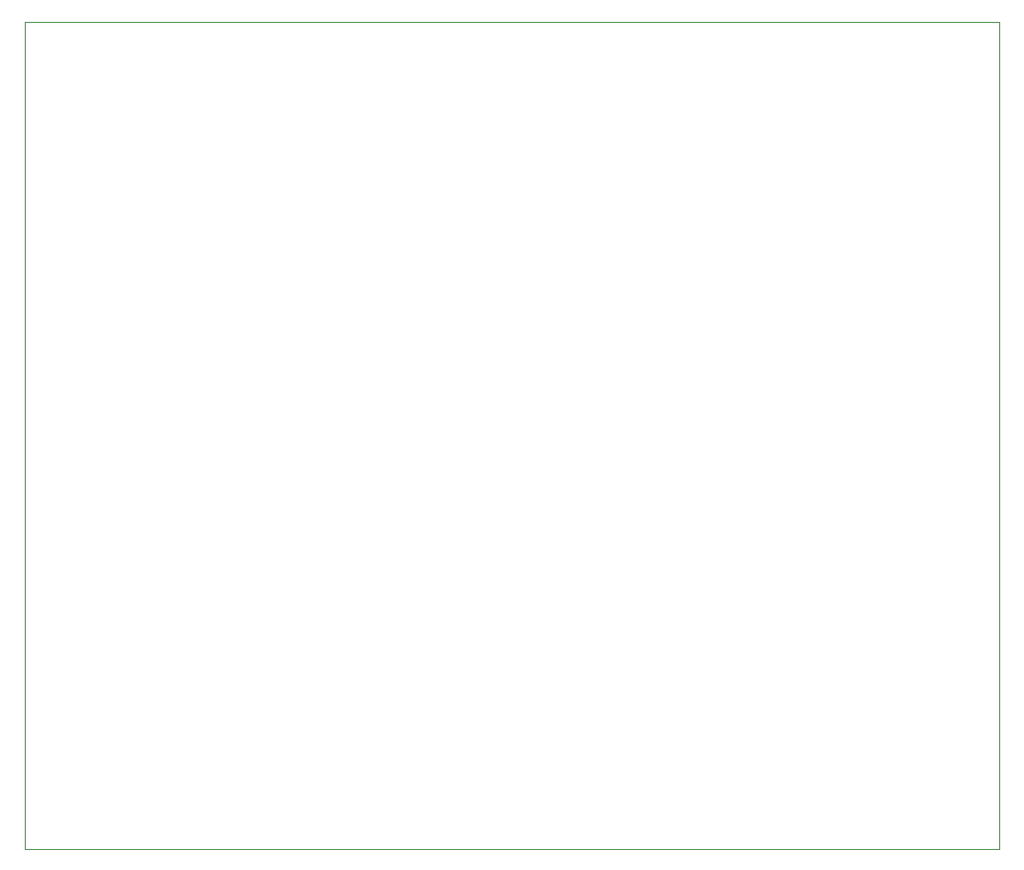
<source format=gbr>
%TF.GenerationSoftware,KiCad,Pcbnew,9.0.6*%
%TF.CreationDate,2025-12-17T11:58:44+01:00*%
%TF.ProjectId,HackPad,4861636b-5061-4642-9e6b-696361645f70,rev?*%
%TF.SameCoordinates,Original*%
%TF.FileFunction,Profile,NP*%
%FSLAX46Y46*%
G04 Gerber Fmt 4.6, Leading zero omitted, Abs format (unit mm)*
G04 Created by KiCad (PCBNEW 9.0.6) date 2025-12-17 11:58:44*
%MOMM*%
%LPD*%
G01*
G04 APERTURE LIST*
%TA.AperFunction,Profile*%
%ADD10C,0.100000*%
%TD*%
G04 APERTURE END LIST*
D10*
X99000000Y-68000000D02*
X185500000Y-68000000D01*
X185500000Y-141500000D01*
X99000000Y-141500000D01*
X99000000Y-68000000D01*
M02*

</source>
